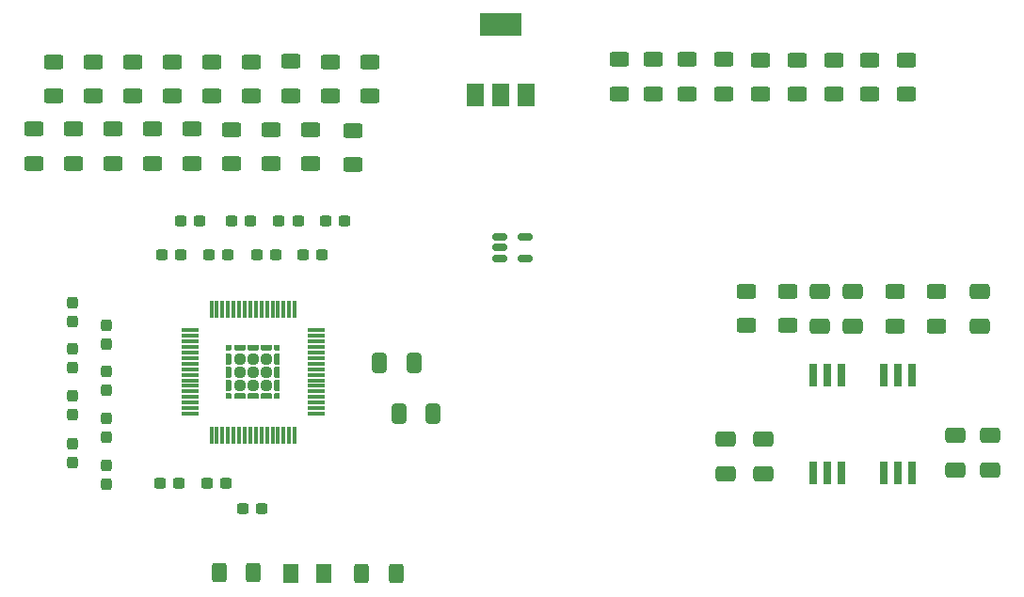
<source format=gbr>
%TF.GenerationSoftware,KiCad,Pcbnew,7.0.8*%
%TF.CreationDate,2024-05-16T20:38:27+02:00*%
%TF.ProjectId,FTCMS_V2,4654434d-535f-4563-922e-6b696361645f,rev?*%
%TF.SameCoordinates,Original*%
%TF.FileFunction,Paste,Top*%
%TF.FilePolarity,Positive*%
%FSLAX46Y46*%
G04 Gerber Fmt 4.6, Leading zero omitted, Abs format (unit mm)*
G04 Created by KiCad (PCBNEW 7.0.8) date 2024-05-16 20:38:27*
%MOMM*%
%LPD*%
G01*
G04 APERTURE LIST*
G04 Aperture macros list*
%AMRoundRect*
0 Rectangle with rounded corners*
0 $1 Rounding radius*
0 $2 $3 $4 $5 $6 $7 $8 $9 X,Y pos of 4 corners*
0 Add a 4 corners polygon primitive as box body*
4,1,4,$2,$3,$4,$5,$6,$7,$8,$9,$2,$3,0*
0 Add four circle primitives for the rounded corners*
1,1,$1+$1,$2,$3*
1,1,$1+$1,$4,$5*
1,1,$1+$1,$6,$7*
1,1,$1+$1,$8,$9*
0 Add four rect primitives between the rounded corners*
20,1,$1+$1,$2,$3,$4,$5,0*
20,1,$1+$1,$4,$5,$6,$7,0*
20,1,$1+$1,$6,$7,$8,$9,0*
20,1,$1+$1,$8,$9,$2,$3,0*%
%AMFreePoly0*
4,1,48,0.193769,0.277084,0.210256,0.277084,0.223594,0.267393,0.239272,0.262299,0.248962,0.248962,0.262299,0.239272,0.267393,0.223594,0.277084,0.210256,0.277084,0.193769,0.282178,0.178092,0.282178,-0.091864,0.279582,-0.099852,0.280896,-0.108146,0.269831,-0.129862,0.262299,-0.153044,0.255505,-0.157980,0.251692,-0.165464,0.165464,-0.251692,0.157980,-0.255505,0.153044,-0.262299,
0.129864,-0.269830,0.108147,-0.280896,0.099852,-0.279582,0.091864,-0.282178,-0.178092,-0.282178,-0.193769,-0.277084,-0.210256,-0.277084,-0.223594,-0.267393,-0.239272,-0.262299,-0.248962,-0.248962,-0.262299,-0.239272,-0.267393,-0.223594,-0.277084,-0.210256,-0.277084,-0.193769,-0.282178,-0.178092,-0.282178,0.178092,-0.277084,0.193769,-0.277084,0.210256,-0.267393,0.223594,-0.262299,0.239272,
-0.248962,0.248962,-0.239272,0.262299,-0.223594,0.267393,-0.210256,0.277084,-0.193769,0.277084,-0.178092,0.282178,0.178092,0.282178,0.193769,0.277084,0.193769,0.277084,$1*%
%AMFreePoly1*
4,1,16,0.154497,0.483735,0.203876,0.463282,0.261726,0.405432,0.282179,0.356053,0.282179,-0.356053,0.261724,-0.405432,0.203876,-0.463283,0.154497,-0.483736,-0.212347,-0.483736,-0.261726,-0.463283,-0.282179,-0.413904,-0.282179,0.413904,-0.261726,0.463283,-0.212347,0.483736,0.154497,0.483736,0.154497,0.483735,0.154497,0.483735,$1*%
%AMFreePoly2*
4,1,48,0.099852,0.279582,0.108147,0.280896,0.129864,0.269830,0.153044,0.262299,0.157980,0.255505,0.165464,0.251692,0.251692,0.165464,0.255505,0.157980,0.262299,0.153044,0.269831,0.129862,0.280896,0.108146,0.279582,0.099852,0.282178,0.091864,0.282178,-0.178092,0.277084,-0.193769,0.277084,-0.210256,0.267393,-0.223594,0.262299,-0.239272,0.248962,-0.248962,0.239272,-0.262299,
0.223594,-0.267393,0.210256,-0.277084,0.193769,-0.277084,0.178092,-0.282178,-0.178092,-0.282178,-0.193769,-0.277084,-0.210256,-0.277084,-0.223594,-0.267393,-0.239272,-0.262299,-0.248962,-0.248962,-0.262299,-0.239272,-0.267393,-0.223594,-0.277084,-0.210256,-0.277084,-0.193769,-0.282178,-0.178092,-0.282178,0.178092,-0.277084,0.193769,-0.277084,0.210256,-0.267393,0.223594,-0.262299,0.239272,
-0.248962,0.248962,-0.239272,0.262299,-0.223594,0.267393,-0.210256,0.277084,-0.193769,0.277084,-0.178092,0.282178,0.091864,0.282178,0.099852,0.279582,0.099852,0.279582,$1*%
%AMFreePoly3*
4,1,15,0.463283,0.261726,0.483736,0.212347,0.483736,-0.154497,0.463281,-0.203876,0.405432,-0.261726,0.356052,-0.282179,-0.356053,-0.282179,-0.405432,-0.261724,-0.463283,-0.203876,-0.483736,-0.154497,-0.483736,0.212347,-0.463283,0.261726,-0.413904,0.282179,0.413904,0.282179,0.463283,0.261726,0.463283,0.261726,$1*%
%AMFreePoly4*
4,1,15,0.405432,0.261726,0.463283,0.203876,0.483736,0.154497,0.483736,-0.212347,0.463283,-0.261726,0.413904,-0.282179,-0.413904,-0.282179,-0.463283,-0.261726,-0.483736,-0.212347,-0.483736,0.154497,-0.463281,0.203876,-0.405432,0.261726,-0.356053,0.282179,0.356053,0.282179,0.405432,0.261726,0.405432,0.261726,$1*%
%AMFreePoly5*
4,1,48,0.193769,0.277084,0.210256,0.277084,0.223594,0.267393,0.239272,0.262299,0.248962,0.248962,0.262299,0.239272,0.267393,0.223594,0.277084,0.210256,0.277084,0.193769,0.282178,0.178092,0.282178,-0.178092,0.277084,-0.193769,0.277084,-0.210256,0.267393,-0.223594,0.262299,-0.239272,0.248962,-0.248962,0.239272,-0.262299,0.223594,-0.267393,0.210256,-0.277084,0.193769,-0.277084,
0.178092,-0.282178,-0.091864,-0.282178,-0.099852,-0.279582,-0.108146,-0.280896,-0.129862,-0.269831,-0.153044,-0.262299,-0.157980,-0.255505,-0.165464,-0.251692,-0.251692,-0.165464,-0.255505,-0.157980,-0.262299,-0.153044,-0.269830,-0.129864,-0.280896,-0.108147,-0.279582,-0.099852,-0.282178,-0.091864,-0.282178,0.178092,-0.277084,0.193769,-0.277084,0.210256,-0.267393,0.223594,-0.262299,0.239272,
-0.248962,0.248962,-0.239272,0.262299,-0.223594,0.267393,-0.210256,0.277084,-0.193769,0.277084,-0.178092,0.282178,0.178092,0.282178,0.193769,0.277084,0.193769,0.277084,$1*%
%AMFreePoly6*
4,1,15,0.261726,0.463283,0.282179,0.413904,0.282179,-0.413904,0.261726,-0.463283,0.212347,-0.483736,-0.154498,-0.483736,-0.203876,-0.463281,-0.261726,-0.405432,-0.282179,-0.356053,-0.282179,0.356053,-0.261724,0.405432,-0.203876,0.463283,-0.154497,0.483736,0.212347,0.483736,0.261726,0.463283,0.261726,0.463283,$1*%
%AMFreePoly7*
4,1,48,0.193769,0.277084,0.210256,0.277084,0.223594,0.267393,0.239272,0.262299,0.248962,0.248962,0.262299,0.239272,0.267393,0.223594,0.277084,0.210256,0.277084,0.193769,0.282178,0.178092,0.282178,-0.178092,0.277084,-0.193769,0.277084,-0.210256,0.267393,-0.223594,0.262299,-0.239272,0.248962,-0.248962,0.239272,-0.262299,0.223594,-0.267393,0.210256,-0.277084,0.193769,-0.277084,
0.178092,-0.282178,-0.178092,-0.282178,-0.193769,-0.277084,-0.210256,-0.277084,-0.223594,-0.267393,-0.239272,-0.262299,-0.248962,-0.248962,-0.262299,-0.239272,-0.267393,-0.223594,-0.277084,-0.210256,-0.277084,-0.193769,-0.282178,-0.178092,-0.282178,0.091864,-0.279582,0.099852,-0.280896,0.108147,-0.269830,0.129864,-0.262299,0.153044,-0.255505,0.157980,-0.251692,0.165464,-0.165464,0.251692,
-0.157980,0.255505,-0.153044,0.262299,-0.129862,0.269831,-0.108146,0.280896,-0.099852,0.279582,-0.091864,0.282178,0.178092,0.282178,0.193769,0.277084,0.193769,0.277084,$1*%
G04 Aperture macros list end*
%ADD10RoundRect,0.237500X-0.237500X0.300000X-0.237500X-0.300000X0.237500X-0.300000X0.237500X0.300000X0*%
%ADD11RoundRect,0.250000X0.650000X-0.412500X0.650000X0.412500X-0.650000X0.412500X-0.650000X-0.412500X0*%
%ADD12RoundRect,0.250000X-0.412500X-0.650000X0.412500X-0.650000X0.412500X0.650000X-0.412500X0.650000X0*%
%ADD13RoundRect,0.237500X-0.300000X-0.237500X0.300000X-0.237500X0.300000X0.237500X-0.300000X0.237500X0*%
%ADD14RoundRect,0.250000X0.625000X-0.400000X0.625000X0.400000X-0.625000X0.400000X-0.625000X-0.400000X0*%
%ADD15RoundRect,0.250000X-0.650000X0.412500X-0.650000X-0.412500X0.650000X-0.412500X0.650000X0.412500X0*%
%ADD16RoundRect,0.250000X-0.625000X0.400000X-0.625000X-0.400000X0.625000X-0.400000X0.625000X0.400000X0*%
%ADD17RoundRect,0.237500X0.300000X0.237500X-0.300000X0.237500X-0.300000X-0.237500X0.300000X-0.237500X0*%
%ADD18RoundRect,0.250000X-0.400000X-0.625000X0.400000X-0.625000X0.400000X0.625000X-0.400000X0.625000X0*%
%ADD19RoundRect,0.150000X-0.512500X-0.150000X0.512500X-0.150000X0.512500X0.150000X-0.512500X0.150000X0*%
%ADD20R,1.500000X2.000000*%
%ADD21R,3.800000X2.000000*%
%ADD22FreePoly0,270.000000*%
%ADD23FreePoly1,270.000000*%
%ADD24FreePoly2,270.000000*%
%ADD25FreePoly3,270.000000*%
%ADD26RoundRect,0.241868X-0.241867X0.241867X-0.241867X-0.241867X0.241867X-0.241867X0.241867X0.241867X0*%
%ADD27FreePoly4,270.000000*%
%ADD28FreePoly5,270.000000*%
%ADD29FreePoly6,270.000000*%
%ADD30FreePoly7,270.000000*%
%ADD31RoundRect,0.075000X-0.075000X0.700000X-0.075000X-0.700000X0.075000X-0.700000X0.075000X0.700000X0*%
%ADD32RoundRect,0.075000X-0.700000X0.075000X-0.700000X-0.075000X0.700000X-0.075000X0.700000X0.075000X0*%
%ADD33R,0.760000X2.120000*%
%ADD34R,0.761000X2.120000*%
%ADD35RoundRect,0.250000X0.400000X0.625000X-0.400000X0.625000X-0.400000X-0.625000X0.400000X-0.625000X0*%
%ADD36RoundRect,0.250001X-0.462499X-0.624999X0.462499X-0.624999X0.462499X0.624999X-0.462499X0.624999X0*%
G04 APERTURE END LIST*
D10*
%TO.C,C7*%
X110896400Y-143967200D03*
X110896400Y-145692200D03*
%TD*%
%TO.C,C4*%
X113944400Y-150264200D03*
X113944400Y-151989200D03*
%TD*%
D11*
%TO.C,C24*%
X181102000Y-137706500D03*
X181102000Y-134581500D03*
%TD*%
D12*
%TO.C,C22*%
X138493100Y-141020800D03*
X141618100Y-141020800D03*
%TD*%
D13*
%TO.C,C3*%
X118771500Y-151892000D03*
X120496500Y-151892000D03*
%TD*%
D14*
%TO.C,RT7*%
X179348000Y-116840000D03*
X179348000Y-113740000D03*
%TD*%
D15*
%TO.C,C31*%
X173075600Y-147891100D03*
X173075600Y-151016100D03*
%TD*%
D14*
%TO.C,R30*%
X184912000Y-137744800D03*
X184912000Y-134644800D03*
%TD*%
D16*
%TO.C,R10B1*%
X123444000Y-113919000D03*
X123444000Y-117019000D03*
%TD*%
D10*
%TO.C,C8*%
X113944400Y-141781700D03*
X113944400Y-143506700D03*
%TD*%
D17*
%TO.C,C12*%
X120650000Y-131318000D03*
X118925000Y-131318000D03*
%TD*%
D14*
%TO.C,R31*%
X171500800Y-137694000D03*
X171500800Y-134594000D03*
%TD*%
D16*
%TO.C,R9B1*%
X121666000Y-119989000D03*
X121666000Y-123089000D03*
%TD*%
%TO.C,R2B1*%
X109220000Y-113919000D03*
X109220000Y-117019000D03*
%TD*%
D17*
%TO.C,C19*%
X135382000Y-128270000D03*
X133657000Y-128270000D03*
%TD*%
D10*
%TO.C,C11*%
X110896400Y-135585200D03*
X110896400Y-137310200D03*
%TD*%
D12*
%TO.C,C23*%
X140232600Y-145643600D03*
X143357600Y-145643600D03*
%TD*%
D16*
%TO.C,R6B1*%
X116332000Y-113919000D03*
X116332000Y-117019000D03*
%TD*%
D15*
%TO.C,C29*%
X193446400Y-147586300D03*
X193446400Y-150711300D03*
%TD*%
D14*
%TO.C,RT1*%
X160068000Y-116814000D03*
X160068000Y-113714000D03*
%TD*%
D16*
%TO.C,R1B1*%
X107442000Y-119963000D03*
X107442000Y-123063000D03*
%TD*%
D14*
%TO.C,RT9*%
X185928000Y-116840000D03*
X185928000Y-113740000D03*
%TD*%
D15*
%TO.C,C32*%
X169672000Y-147891100D03*
X169672000Y-151016100D03*
%TD*%
D16*
%TO.C,R13B1*%
X128778000Y-120015000D03*
X128778000Y-123115000D03*
%TD*%
%TO.C,R5B1*%
X114554000Y-119963000D03*
X114554000Y-123063000D03*
%TD*%
D15*
%TO.C,C27*%
X178104800Y-134581500D03*
X178104800Y-137706500D03*
%TD*%
D10*
%TO.C,C6*%
X113944400Y-145999200D03*
X113944400Y-147724200D03*
%TD*%
D14*
%TO.C,R24*%
X175209200Y-137694000D03*
X175209200Y-134594000D03*
%TD*%
D17*
%TO.C,C15*%
X126899500Y-128270000D03*
X125174500Y-128270000D03*
%TD*%
D16*
%TO.C,R15B1*%
X132334000Y-120015000D03*
X132334000Y-123115000D03*
%TD*%
D17*
%TO.C,C18*%
X133350000Y-131318000D03*
X131625000Y-131318000D03*
%TD*%
D14*
%TO.C,RT5*%
X172768000Y-116840000D03*
X172768000Y-113740000D03*
%TD*%
D16*
%TO.C,R11B1*%
X125222000Y-120015000D03*
X125222000Y-123115000D03*
%TD*%
D14*
%TO.C,RT2*%
X163116000Y-116788000D03*
X163116000Y-113688000D03*
%TD*%
D18*
%TO.C,R22*%
X136880000Y-159969200D03*
X139980000Y-159969200D03*
%TD*%
D16*
%TO.C,R14B1*%
X130556000Y-113893000D03*
X130556000Y-116993000D03*
%TD*%
D10*
%TO.C,C9*%
X110896400Y-139749700D03*
X110896400Y-141474700D03*
%TD*%
D16*
%TO.C,R4B1*%
X112776000Y-113919000D03*
X112776000Y-117019000D03*
%TD*%
D14*
%TO.C,R21*%
X188620400Y-137744800D03*
X188620400Y-134644800D03*
%TD*%
D16*
%TO.C,R16B1*%
X134112000Y-113919000D03*
X134112000Y-117019000D03*
%TD*%
D19*
%TO.C,U2*%
X149332100Y-129707600D03*
X149332100Y-130657600D03*
X149332100Y-131607600D03*
X151607100Y-131607600D03*
X151607100Y-129707600D03*
%TD*%
D16*
%TO.C,R18B1*%
X137668000Y-113919000D03*
X137668000Y-117019000D03*
%TD*%
D15*
%TO.C,C30*%
X190347600Y-147586300D03*
X190347600Y-150711300D03*
%TD*%
D20*
%TO.C,Q1*%
X147102800Y-116891600D03*
X149402800Y-116891600D03*
D21*
X149402800Y-110591600D03*
D20*
X151702800Y-116891600D03*
%TD*%
D13*
%TO.C,C2*%
X122989000Y-151892000D03*
X124714000Y-151892000D03*
%TD*%
D22*
%TO.C,U1*%
X129286000Y-139718000D03*
D23*
X128336000Y-139718000D03*
X127136000Y-139718000D03*
X125936000Y-139718000D03*
D24*
X124986000Y-139718000D03*
D25*
X129286000Y-140668000D03*
D26*
X128336000Y-140668000D03*
X127136000Y-140668000D03*
X125936000Y-140668000D03*
D27*
X124986000Y-140668000D03*
D25*
X129286000Y-141868000D03*
D26*
X128336000Y-141868000D03*
X127136000Y-141868000D03*
X125936000Y-141868000D03*
D27*
X124986000Y-141868000D03*
D25*
X129286000Y-143068000D03*
D26*
X128336000Y-143068000D03*
X127136000Y-143068000D03*
X125936000Y-143068000D03*
D27*
X124986000Y-143068000D03*
D28*
X129286000Y-144018000D03*
D29*
X128336000Y-144018000D03*
X127136000Y-144018000D03*
X125936000Y-144018000D03*
D30*
X124986000Y-144018000D03*
D31*
X130886000Y-136193000D03*
X130386000Y-136193000D03*
X129886000Y-136193000D03*
X129386000Y-136193000D03*
X128886000Y-136193000D03*
X128386000Y-136193000D03*
X127886000Y-136193000D03*
X127386000Y-136193000D03*
X126886000Y-136193000D03*
X126386000Y-136193000D03*
X125886000Y-136193000D03*
X125386000Y-136193000D03*
X124886000Y-136193000D03*
X124386000Y-136193000D03*
X123886000Y-136193000D03*
X123386000Y-136193000D03*
D32*
X121461000Y-138118000D03*
X121461000Y-138618000D03*
X121461000Y-139118000D03*
X121461000Y-139618000D03*
X121461000Y-140118000D03*
X121461000Y-140618000D03*
X121461000Y-141118000D03*
X121461000Y-141618000D03*
X121461000Y-142118000D03*
X121461000Y-142618000D03*
X121461000Y-143118000D03*
X121461000Y-143618000D03*
X121461000Y-144118000D03*
X121461000Y-144618000D03*
X121461000Y-145118000D03*
X121461000Y-145618000D03*
D31*
X123386000Y-147543000D03*
X123886000Y-147543000D03*
X124386000Y-147543000D03*
X124886000Y-147543000D03*
X125386000Y-147543000D03*
X125886000Y-147543000D03*
X126386000Y-147543000D03*
X126886000Y-147543000D03*
X127386000Y-147543000D03*
X127886000Y-147543000D03*
X128386000Y-147543000D03*
X128886000Y-147543000D03*
X129386000Y-147543000D03*
X129886000Y-147543000D03*
X130386000Y-147543000D03*
X130886000Y-147543000D03*
D32*
X132811000Y-145618000D03*
X132811000Y-145118000D03*
X132811000Y-144618000D03*
X132811000Y-144118000D03*
X132811000Y-143618000D03*
X132811000Y-143118000D03*
X132811000Y-142618000D03*
X132811000Y-142118000D03*
X132811000Y-141618000D03*
X132811000Y-141118000D03*
X132811000Y-140618000D03*
X132811000Y-140118000D03*
X132811000Y-139618000D03*
X132811000Y-139118000D03*
X132811000Y-138618000D03*
X132811000Y-138118000D03*
%TD*%
D33*
%TO.C,TR1*%
X177495700Y-150926800D03*
D34*
X178765200Y-150926800D03*
X180035200Y-150926800D03*
X183845200Y-150926800D03*
D33*
X185115700Y-150926800D03*
D34*
X186385200Y-150926800D03*
D33*
X186385700Y-142124800D03*
D34*
X185116200Y-142124800D03*
D33*
X183845700Y-142124800D03*
X180035700Y-142124800D03*
D34*
X178766200Y-142124800D03*
D33*
X177495700Y-142124800D03*
%TD*%
D10*
%TO.C,C10*%
X113944400Y-137617200D03*
X113944400Y-139342200D03*
%TD*%
D16*
%TO.C,R17B1*%
X136144000Y-120116000D03*
X136144000Y-123216000D03*
%TD*%
D11*
%TO.C,C26*%
X192481200Y-137757300D03*
X192481200Y-134632300D03*
%TD*%
D17*
%TO.C,C17*%
X131191000Y-128270000D03*
X129466000Y-128270000D03*
%TD*%
D14*
%TO.C,RT4*%
X169466000Y-116788000D03*
X169466000Y-113688000D03*
%TD*%
D16*
%TO.C,R12B1*%
X127000000Y-113919000D03*
X127000000Y-117019000D03*
%TD*%
D10*
%TO.C,C5*%
X110896400Y-148285200D03*
X110896400Y-150010200D03*
%TD*%
D17*
%TO.C,C14*%
X124867500Y-131318000D03*
X123142500Y-131318000D03*
%TD*%
%TO.C,C13*%
X122327500Y-128270000D03*
X120602500Y-128270000D03*
%TD*%
D35*
%TO.C,R0*%
X127178400Y-159918400D03*
X124078400Y-159918400D03*
%TD*%
D17*
%TO.C,C16*%
X129185500Y-131318000D03*
X127460500Y-131318000D03*
%TD*%
D14*
%TO.C,RT6*%
X176058000Y-116840000D03*
X176058000Y-113740000D03*
%TD*%
%TO.C,RT3*%
X166176000Y-116788000D03*
X166176000Y-113688000D03*
%TD*%
D16*
%TO.C,R3B1*%
X110998000Y-119963000D03*
X110998000Y-123063000D03*
%TD*%
D36*
%TO.C,D1*%
X130556000Y-159969200D03*
X133531000Y-159969200D03*
%TD*%
D16*
%TO.C,R7B1*%
X118110000Y-119963000D03*
X118110000Y-123063000D03*
%TD*%
D14*
%TO.C,RT8*%
X182638000Y-116840000D03*
X182638000Y-113740000D03*
%TD*%
D13*
%TO.C,C28*%
X126188300Y-154127200D03*
X127913300Y-154127200D03*
%TD*%
D16*
%TO.C,R8B1*%
X119888000Y-113919000D03*
X119888000Y-117019000D03*
%TD*%
M02*

</source>
